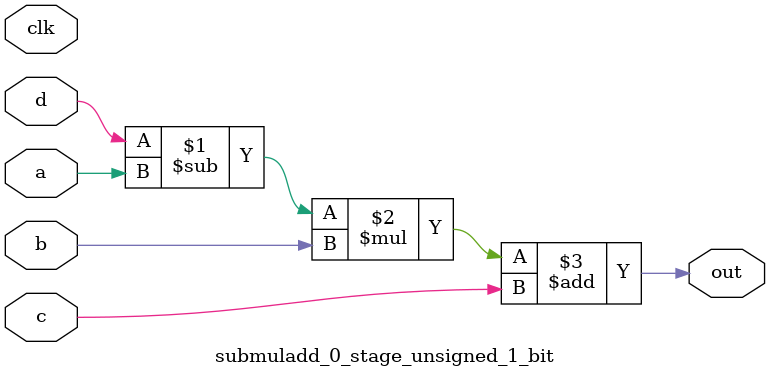
<source format=sv>
(* use_dsp = "yes" *) module submuladd_0_stage_unsigned_1_bit(
	input  [0:0] a,
	input  [0:0] b,
	input  [0:0] c,
	input  [0:0] d,
	output [0:0] out,
	input clk);

	assign out = ((d - a) * b) + c;
endmodule

</source>
